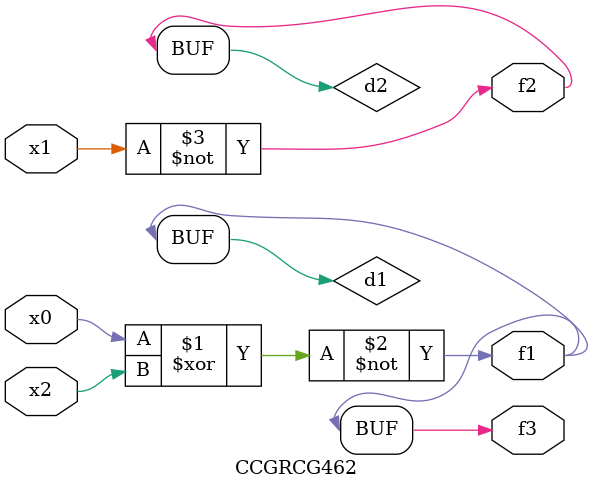
<source format=v>
module CCGRCG462(
	input x0, x1, x2,
	output f1, f2, f3
);

	wire d1, d2, d3;

	xnor (d1, x0, x2);
	nand (d2, x1);
	nor (d3, x1, x2);
	assign f1 = d1;
	assign f2 = d2;
	assign f3 = d1;
endmodule

</source>
